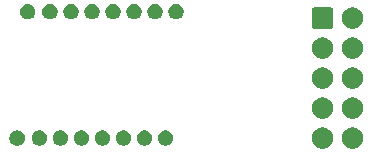
<source format=gbr>
G04 #@! TF.GenerationSoftware,KiCad,Pcbnew,(5.1.6-0-10_14)*
G04 #@! TF.CreationDate,2020-06-02T19:40:10-04:00*
G04 #@! TF.ProjectId,PMW3360_Adapter,504d5733-3336-4305-9f41-646170746572,rev?*
G04 #@! TF.SameCoordinates,Original*
G04 #@! TF.FileFunction,Soldermask,Bot*
G04 #@! TF.FilePolarity,Negative*
%FSLAX46Y46*%
G04 Gerber Fmt 4.6, Leading zero omitted, Abs format (unit mm)*
G04 Created by KiCad (PCBNEW (5.1.6-0-10_14)) date 2020-06-02 19:40:10*
%MOMM*%
%LPD*%
G01*
G04 APERTURE LIST*
%ADD10C,0.100000*%
G04 APERTURE END LIST*
D10*
G36*
X111153512Y-50013927D02*
G01*
X111302812Y-50043624D01*
X111466784Y-50111544D01*
X111614354Y-50210147D01*
X111739853Y-50335646D01*
X111838456Y-50483216D01*
X111906376Y-50647188D01*
X111941000Y-50821259D01*
X111941000Y-50998741D01*
X111906376Y-51172812D01*
X111838456Y-51336784D01*
X111739853Y-51484354D01*
X111614354Y-51609853D01*
X111466784Y-51708456D01*
X111302812Y-51776376D01*
X111153512Y-51806073D01*
X111128742Y-51811000D01*
X110951258Y-51811000D01*
X110926488Y-51806073D01*
X110777188Y-51776376D01*
X110613216Y-51708456D01*
X110465646Y-51609853D01*
X110340147Y-51484354D01*
X110241544Y-51336784D01*
X110173624Y-51172812D01*
X110139000Y-50998741D01*
X110139000Y-50821259D01*
X110173624Y-50647188D01*
X110241544Y-50483216D01*
X110340147Y-50335646D01*
X110465646Y-50210147D01*
X110613216Y-50111544D01*
X110777188Y-50043624D01*
X110926488Y-50013927D01*
X110951258Y-50009000D01*
X111128742Y-50009000D01*
X111153512Y-50013927D01*
G37*
G36*
X108613512Y-50013927D02*
G01*
X108762812Y-50043624D01*
X108926784Y-50111544D01*
X109074354Y-50210147D01*
X109199853Y-50335646D01*
X109298456Y-50483216D01*
X109366376Y-50647188D01*
X109401000Y-50821259D01*
X109401000Y-50998741D01*
X109366376Y-51172812D01*
X109298456Y-51336784D01*
X109199853Y-51484354D01*
X109074354Y-51609853D01*
X108926784Y-51708456D01*
X108762812Y-51776376D01*
X108613512Y-51806073D01*
X108588742Y-51811000D01*
X108411258Y-51811000D01*
X108386488Y-51806073D01*
X108237188Y-51776376D01*
X108073216Y-51708456D01*
X107925646Y-51609853D01*
X107800147Y-51484354D01*
X107701544Y-51336784D01*
X107633624Y-51172812D01*
X107599000Y-50998741D01*
X107599000Y-50821259D01*
X107633624Y-50647188D01*
X107701544Y-50483216D01*
X107800147Y-50335646D01*
X107925646Y-50210147D01*
X108073216Y-50111544D01*
X108237188Y-50043624D01*
X108386488Y-50013927D01*
X108411258Y-50009000D01*
X108588742Y-50009000D01*
X108613512Y-50013927D01*
G37*
G36*
X91839890Y-50274017D02*
G01*
X91958364Y-50323091D01*
X91977155Y-50335647D01*
X92064988Y-50394335D01*
X92155665Y-50485012D01*
X92226910Y-50591638D01*
X92275983Y-50710110D01*
X92298092Y-50821259D01*
X92301000Y-50835882D01*
X92301000Y-50964118D01*
X92275983Y-51089890D01*
X92226909Y-51208364D01*
X92155665Y-51314988D01*
X92064988Y-51405665D01*
X91958364Y-51476909D01*
X91958363Y-51476910D01*
X91958362Y-51476910D01*
X91839890Y-51525983D01*
X91714119Y-51551000D01*
X91585881Y-51551000D01*
X91460110Y-51525983D01*
X91341638Y-51476910D01*
X91341637Y-51476910D01*
X91341636Y-51476909D01*
X91235012Y-51405665D01*
X91144335Y-51314988D01*
X91073091Y-51208364D01*
X91024017Y-51089890D01*
X90999000Y-50964118D01*
X90999000Y-50835882D01*
X91001909Y-50821259D01*
X91024017Y-50710110D01*
X91073090Y-50591638D01*
X91144335Y-50485012D01*
X91235012Y-50394335D01*
X91322845Y-50335647D01*
X91341636Y-50323091D01*
X91460110Y-50274017D01*
X91585881Y-50249000D01*
X91714119Y-50249000D01*
X91839890Y-50274017D01*
G37*
G36*
X90059890Y-50274017D02*
G01*
X90178364Y-50323091D01*
X90197155Y-50335647D01*
X90284988Y-50394335D01*
X90375665Y-50485012D01*
X90446910Y-50591638D01*
X90495983Y-50710110D01*
X90518092Y-50821259D01*
X90521000Y-50835882D01*
X90521000Y-50964118D01*
X90495983Y-51089890D01*
X90446909Y-51208364D01*
X90375665Y-51314988D01*
X90284988Y-51405665D01*
X90178364Y-51476909D01*
X90178363Y-51476910D01*
X90178362Y-51476910D01*
X90059890Y-51525983D01*
X89934119Y-51551000D01*
X89805881Y-51551000D01*
X89680110Y-51525983D01*
X89561638Y-51476910D01*
X89561637Y-51476910D01*
X89561636Y-51476909D01*
X89455012Y-51405665D01*
X89364335Y-51314988D01*
X89293091Y-51208364D01*
X89244017Y-51089890D01*
X89219000Y-50964118D01*
X89219000Y-50835882D01*
X89221909Y-50821259D01*
X89244017Y-50710110D01*
X89293090Y-50591638D01*
X89364335Y-50485012D01*
X89455012Y-50394335D01*
X89542845Y-50335647D01*
X89561636Y-50323091D01*
X89680110Y-50274017D01*
X89805881Y-50249000D01*
X89934119Y-50249000D01*
X90059890Y-50274017D01*
G37*
G36*
X88279890Y-50274017D02*
G01*
X88398364Y-50323091D01*
X88417155Y-50335647D01*
X88504988Y-50394335D01*
X88595665Y-50485012D01*
X88666910Y-50591638D01*
X88715983Y-50710110D01*
X88738092Y-50821259D01*
X88741000Y-50835882D01*
X88741000Y-50964118D01*
X88715983Y-51089890D01*
X88666909Y-51208364D01*
X88595665Y-51314988D01*
X88504988Y-51405665D01*
X88398364Y-51476909D01*
X88398363Y-51476910D01*
X88398362Y-51476910D01*
X88279890Y-51525983D01*
X88154119Y-51551000D01*
X88025881Y-51551000D01*
X87900110Y-51525983D01*
X87781638Y-51476910D01*
X87781637Y-51476910D01*
X87781636Y-51476909D01*
X87675012Y-51405665D01*
X87584335Y-51314988D01*
X87513091Y-51208364D01*
X87464017Y-51089890D01*
X87439000Y-50964118D01*
X87439000Y-50835882D01*
X87441909Y-50821259D01*
X87464017Y-50710110D01*
X87513090Y-50591638D01*
X87584335Y-50485012D01*
X87675012Y-50394335D01*
X87762845Y-50335647D01*
X87781636Y-50323091D01*
X87900110Y-50274017D01*
X88025881Y-50249000D01*
X88154119Y-50249000D01*
X88279890Y-50274017D01*
G37*
G36*
X86499890Y-50274017D02*
G01*
X86618364Y-50323091D01*
X86637155Y-50335647D01*
X86724988Y-50394335D01*
X86815665Y-50485012D01*
X86886910Y-50591638D01*
X86935983Y-50710110D01*
X86958092Y-50821259D01*
X86961000Y-50835882D01*
X86961000Y-50964118D01*
X86935983Y-51089890D01*
X86886909Y-51208364D01*
X86815665Y-51314988D01*
X86724988Y-51405665D01*
X86618364Y-51476909D01*
X86618363Y-51476910D01*
X86618362Y-51476910D01*
X86499890Y-51525983D01*
X86374119Y-51551000D01*
X86245881Y-51551000D01*
X86120110Y-51525983D01*
X86001638Y-51476910D01*
X86001637Y-51476910D01*
X86001636Y-51476909D01*
X85895012Y-51405665D01*
X85804335Y-51314988D01*
X85733091Y-51208364D01*
X85684017Y-51089890D01*
X85659000Y-50964118D01*
X85659000Y-50835882D01*
X85661909Y-50821259D01*
X85684017Y-50710110D01*
X85733090Y-50591638D01*
X85804335Y-50485012D01*
X85895012Y-50394335D01*
X85982845Y-50335647D01*
X86001636Y-50323091D01*
X86120110Y-50274017D01*
X86245881Y-50249000D01*
X86374119Y-50249000D01*
X86499890Y-50274017D01*
G37*
G36*
X84719890Y-50274017D02*
G01*
X84838364Y-50323091D01*
X84857155Y-50335647D01*
X84944988Y-50394335D01*
X85035665Y-50485012D01*
X85106910Y-50591638D01*
X85155983Y-50710110D01*
X85178092Y-50821259D01*
X85181000Y-50835882D01*
X85181000Y-50964118D01*
X85155983Y-51089890D01*
X85106909Y-51208364D01*
X85035665Y-51314988D01*
X84944988Y-51405665D01*
X84838364Y-51476909D01*
X84838363Y-51476910D01*
X84838362Y-51476910D01*
X84719890Y-51525983D01*
X84594119Y-51551000D01*
X84465881Y-51551000D01*
X84340110Y-51525983D01*
X84221638Y-51476910D01*
X84221637Y-51476910D01*
X84221636Y-51476909D01*
X84115012Y-51405665D01*
X84024335Y-51314988D01*
X83953091Y-51208364D01*
X83904017Y-51089890D01*
X83879000Y-50964118D01*
X83879000Y-50835882D01*
X83881909Y-50821259D01*
X83904017Y-50710110D01*
X83953090Y-50591638D01*
X84024335Y-50485012D01*
X84115012Y-50394335D01*
X84202845Y-50335647D01*
X84221636Y-50323091D01*
X84340110Y-50274017D01*
X84465881Y-50249000D01*
X84594119Y-50249000D01*
X84719890Y-50274017D01*
G37*
G36*
X82839890Y-50274017D02*
G01*
X82958364Y-50323091D01*
X82977155Y-50335647D01*
X83064988Y-50394335D01*
X83155665Y-50485012D01*
X83226910Y-50591638D01*
X83275983Y-50710110D01*
X83298092Y-50821259D01*
X83301000Y-50835882D01*
X83301000Y-50964118D01*
X83275983Y-51089890D01*
X83226909Y-51208364D01*
X83155665Y-51314988D01*
X83064988Y-51405665D01*
X82958364Y-51476909D01*
X82958363Y-51476910D01*
X82958362Y-51476910D01*
X82839890Y-51525983D01*
X82714119Y-51551000D01*
X82585881Y-51551000D01*
X82460110Y-51525983D01*
X82341638Y-51476910D01*
X82341637Y-51476910D01*
X82341636Y-51476909D01*
X82235012Y-51405665D01*
X82144335Y-51314988D01*
X82073091Y-51208364D01*
X82024017Y-51089890D01*
X81999000Y-50964118D01*
X81999000Y-50835882D01*
X82001909Y-50821259D01*
X82024017Y-50710110D01*
X82073090Y-50591638D01*
X82144335Y-50485012D01*
X82235012Y-50394335D01*
X82322845Y-50335647D01*
X82341636Y-50323091D01*
X82460110Y-50274017D01*
X82585881Y-50249000D01*
X82714119Y-50249000D01*
X82839890Y-50274017D01*
G37*
G36*
X95399890Y-50274017D02*
G01*
X95518364Y-50323091D01*
X95537155Y-50335647D01*
X95624988Y-50394335D01*
X95715665Y-50485012D01*
X95786910Y-50591638D01*
X95835983Y-50710110D01*
X95858092Y-50821259D01*
X95861000Y-50835882D01*
X95861000Y-50964118D01*
X95835983Y-51089890D01*
X95786909Y-51208364D01*
X95715665Y-51314988D01*
X95624988Y-51405665D01*
X95518364Y-51476909D01*
X95518363Y-51476910D01*
X95518362Y-51476910D01*
X95399890Y-51525983D01*
X95274119Y-51551000D01*
X95145881Y-51551000D01*
X95020110Y-51525983D01*
X94901638Y-51476910D01*
X94901637Y-51476910D01*
X94901636Y-51476909D01*
X94795012Y-51405665D01*
X94704335Y-51314988D01*
X94633091Y-51208364D01*
X94584017Y-51089890D01*
X94559000Y-50964118D01*
X94559000Y-50835882D01*
X94561909Y-50821259D01*
X94584017Y-50710110D01*
X94633090Y-50591638D01*
X94704335Y-50485012D01*
X94795012Y-50394335D01*
X94882845Y-50335647D01*
X94901636Y-50323091D01*
X95020110Y-50274017D01*
X95145881Y-50249000D01*
X95274119Y-50249000D01*
X95399890Y-50274017D01*
G37*
G36*
X93619890Y-50274017D02*
G01*
X93738364Y-50323091D01*
X93757155Y-50335647D01*
X93844988Y-50394335D01*
X93935665Y-50485012D01*
X94006910Y-50591638D01*
X94055983Y-50710110D01*
X94078092Y-50821259D01*
X94081000Y-50835882D01*
X94081000Y-50964118D01*
X94055983Y-51089890D01*
X94006909Y-51208364D01*
X93935665Y-51314988D01*
X93844988Y-51405665D01*
X93738364Y-51476909D01*
X93738363Y-51476910D01*
X93738362Y-51476910D01*
X93619890Y-51525983D01*
X93494119Y-51551000D01*
X93365881Y-51551000D01*
X93240110Y-51525983D01*
X93121638Y-51476910D01*
X93121637Y-51476910D01*
X93121636Y-51476909D01*
X93015012Y-51405665D01*
X92924335Y-51314988D01*
X92853091Y-51208364D01*
X92804017Y-51089890D01*
X92779000Y-50964118D01*
X92779000Y-50835882D01*
X92781909Y-50821259D01*
X92804017Y-50710110D01*
X92853090Y-50591638D01*
X92924335Y-50485012D01*
X93015012Y-50394335D01*
X93102845Y-50335647D01*
X93121636Y-50323091D01*
X93240110Y-50274017D01*
X93365881Y-50249000D01*
X93494119Y-50249000D01*
X93619890Y-50274017D01*
G37*
G36*
X111153512Y-47473927D02*
G01*
X111302812Y-47503624D01*
X111466784Y-47571544D01*
X111614354Y-47670147D01*
X111739853Y-47795646D01*
X111838456Y-47943216D01*
X111906376Y-48107188D01*
X111941000Y-48281259D01*
X111941000Y-48458741D01*
X111906376Y-48632812D01*
X111838456Y-48796784D01*
X111739853Y-48944354D01*
X111614354Y-49069853D01*
X111466784Y-49168456D01*
X111302812Y-49236376D01*
X111153512Y-49266073D01*
X111128742Y-49271000D01*
X110951258Y-49271000D01*
X110926488Y-49266073D01*
X110777188Y-49236376D01*
X110613216Y-49168456D01*
X110465646Y-49069853D01*
X110340147Y-48944354D01*
X110241544Y-48796784D01*
X110173624Y-48632812D01*
X110139000Y-48458741D01*
X110139000Y-48281259D01*
X110173624Y-48107188D01*
X110241544Y-47943216D01*
X110340147Y-47795646D01*
X110465646Y-47670147D01*
X110613216Y-47571544D01*
X110777188Y-47503624D01*
X110926488Y-47473927D01*
X110951258Y-47469000D01*
X111128742Y-47469000D01*
X111153512Y-47473927D01*
G37*
G36*
X108613512Y-47473927D02*
G01*
X108762812Y-47503624D01*
X108926784Y-47571544D01*
X109074354Y-47670147D01*
X109199853Y-47795646D01*
X109298456Y-47943216D01*
X109366376Y-48107188D01*
X109401000Y-48281259D01*
X109401000Y-48458741D01*
X109366376Y-48632812D01*
X109298456Y-48796784D01*
X109199853Y-48944354D01*
X109074354Y-49069853D01*
X108926784Y-49168456D01*
X108762812Y-49236376D01*
X108613512Y-49266073D01*
X108588742Y-49271000D01*
X108411258Y-49271000D01*
X108386488Y-49266073D01*
X108237188Y-49236376D01*
X108073216Y-49168456D01*
X107925646Y-49069853D01*
X107800147Y-48944354D01*
X107701544Y-48796784D01*
X107633624Y-48632812D01*
X107599000Y-48458741D01*
X107599000Y-48281259D01*
X107633624Y-48107188D01*
X107701544Y-47943216D01*
X107800147Y-47795646D01*
X107925646Y-47670147D01*
X108073216Y-47571544D01*
X108237188Y-47503624D01*
X108386488Y-47473927D01*
X108411258Y-47469000D01*
X108588742Y-47469000D01*
X108613512Y-47473927D01*
G37*
G36*
X111153512Y-44933927D02*
G01*
X111302812Y-44963624D01*
X111466784Y-45031544D01*
X111614354Y-45130147D01*
X111739853Y-45255646D01*
X111838456Y-45403216D01*
X111906376Y-45567188D01*
X111941000Y-45741259D01*
X111941000Y-45918741D01*
X111906376Y-46092812D01*
X111838456Y-46256784D01*
X111739853Y-46404354D01*
X111614354Y-46529853D01*
X111466784Y-46628456D01*
X111302812Y-46696376D01*
X111153512Y-46726073D01*
X111128742Y-46731000D01*
X110951258Y-46731000D01*
X110926488Y-46726073D01*
X110777188Y-46696376D01*
X110613216Y-46628456D01*
X110465646Y-46529853D01*
X110340147Y-46404354D01*
X110241544Y-46256784D01*
X110173624Y-46092812D01*
X110139000Y-45918741D01*
X110139000Y-45741259D01*
X110173624Y-45567188D01*
X110241544Y-45403216D01*
X110340147Y-45255646D01*
X110465646Y-45130147D01*
X110613216Y-45031544D01*
X110777188Y-44963624D01*
X110926488Y-44933927D01*
X110951258Y-44929000D01*
X111128742Y-44929000D01*
X111153512Y-44933927D01*
G37*
G36*
X108613512Y-44933927D02*
G01*
X108762812Y-44963624D01*
X108926784Y-45031544D01*
X109074354Y-45130147D01*
X109199853Y-45255646D01*
X109298456Y-45403216D01*
X109366376Y-45567188D01*
X109401000Y-45741259D01*
X109401000Y-45918741D01*
X109366376Y-46092812D01*
X109298456Y-46256784D01*
X109199853Y-46404354D01*
X109074354Y-46529853D01*
X108926784Y-46628456D01*
X108762812Y-46696376D01*
X108613512Y-46726073D01*
X108588742Y-46731000D01*
X108411258Y-46731000D01*
X108386488Y-46726073D01*
X108237188Y-46696376D01*
X108073216Y-46628456D01*
X107925646Y-46529853D01*
X107800147Y-46404354D01*
X107701544Y-46256784D01*
X107633624Y-46092812D01*
X107599000Y-45918741D01*
X107599000Y-45741259D01*
X107633624Y-45567188D01*
X107701544Y-45403216D01*
X107800147Y-45255646D01*
X107925646Y-45130147D01*
X108073216Y-45031544D01*
X108237188Y-44963624D01*
X108386488Y-44933927D01*
X108411258Y-44929000D01*
X108588742Y-44929000D01*
X108613512Y-44933927D01*
G37*
G36*
X111153512Y-42393927D02*
G01*
X111302812Y-42423624D01*
X111466784Y-42491544D01*
X111614354Y-42590147D01*
X111739853Y-42715646D01*
X111838456Y-42863216D01*
X111906376Y-43027188D01*
X111941000Y-43201259D01*
X111941000Y-43378741D01*
X111906376Y-43552812D01*
X111838456Y-43716784D01*
X111739853Y-43864354D01*
X111614354Y-43989853D01*
X111466784Y-44088456D01*
X111302812Y-44156376D01*
X111153512Y-44186073D01*
X111128742Y-44191000D01*
X110951258Y-44191000D01*
X110926488Y-44186073D01*
X110777188Y-44156376D01*
X110613216Y-44088456D01*
X110465646Y-43989853D01*
X110340147Y-43864354D01*
X110241544Y-43716784D01*
X110173624Y-43552812D01*
X110139000Y-43378741D01*
X110139000Y-43201259D01*
X110173624Y-43027188D01*
X110241544Y-42863216D01*
X110340147Y-42715646D01*
X110465646Y-42590147D01*
X110613216Y-42491544D01*
X110777188Y-42423624D01*
X110926488Y-42393927D01*
X110951258Y-42389000D01*
X111128742Y-42389000D01*
X111153512Y-42393927D01*
G37*
G36*
X108613512Y-42393927D02*
G01*
X108762812Y-42423624D01*
X108926784Y-42491544D01*
X109074354Y-42590147D01*
X109199853Y-42715646D01*
X109298456Y-42863216D01*
X109366376Y-43027188D01*
X109401000Y-43201259D01*
X109401000Y-43378741D01*
X109366376Y-43552812D01*
X109298456Y-43716784D01*
X109199853Y-43864354D01*
X109074354Y-43989853D01*
X108926784Y-44088456D01*
X108762812Y-44156376D01*
X108613512Y-44186073D01*
X108588742Y-44191000D01*
X108411258Y-44191000D01*
X108386488Y-44186073D01*
X108237188Y-44156376D01*
X108073216Y-44088456D01*
X107925646Y-43989853D01*
X107800147Y-43864354D01*
X107701544Y-43716784D01*
X107633624Y-43552812D01*
X107599000Y-43378741D01*
X107599000Y-43201259D01*
X107633624Y-43027188D01*
X107701544Y-42863216D01*
X107800147Y-42715646D01*
X107925646Y-42590147D01*
X108073216Y-42491544D01*
X108237188Y-42423624D01*
X108386488Y-42393927D01*
X108411258Y-42389000D01*
X108588742Y-42389000D01*
X108613512Y-42393927D01*
G37*
G36*
X111148796Y-39852989D02*
G01*
X111302812Y-39883624D01*
X111466784Y-39951544D01*
X111614354Y-40050147D01*
X111739853Y-40175646D01*
X111838456Y-40323216D01*
X111906376Y-40487188D01*
X111941000Y-40661259D01*
X111941000Y-40838741D01*
X111906376Y-41012812D01*
X111838456Y-41176784D01*
X111739853Y-41324354D01*
X111614354Y-41449853D01*
X111466784Y-41548456D01*
X111302812Y-41616376D01*
X111154341Y-41645908D01*
X111128742Y-41651000D01*
X110951258Y-41651000D01*
X110925659Y-41645908D01*
X110777188Y-41616376D01*
X110613216Y-41548456D01*
X110465646Y-41449853D01*
X110340147Y-41324354D01*
X110241544Y-41176784D01*
X110173624Y-41012812D01*
X110139000Y-40838741D01*
X110139000Y-40661259D01*
X110173624Y-40487188D01*
X110241544Y-40323216D01*
X110340147Y-40175646D01*
X110465646Y-40050147D01*
X110613216Y-39951544D01*
X110777188Y-39883624D01*
X110931204Y-39852989D01*
X110951258Y-39849000D01*
X111128742Y-39849000D01*
X111148796Y-39852989D01*
G37*
G36*
X109258600Y-39852989D02*
G01*
X109291652Y-39863015D01*
X109322103Y-39879292D01*
X109348799Y-39901201D01*
X109370708Y-39927897D01*
X109386985Y-39958348D01*
X109397011Y-39991400D01*
X109401000Y-40031903D01*
X109401000Y-41468097D01*
X109397011Y-41508600D01*
X109386985Y-41541652D01*
X109370708Y-41572103D01*
X109348799Y-41598799D01*
X109322103Y-41620708D01*
X109291652Y-41636985D01*
X109258600Y-41647011D01*
X109218097Y-41651000D01*
X107781903Y-41651000D01*
X107741400Y-41647011D01*
X107708348Y-41636985D01*
X107677897Y-41620708D01*
X107651201Y-41598799D01*
X107629292Y-41572103D01*
X107613015Y-41541652D01*
X107602989Y-41508600D01*
X107599000Y-41468097D01*
X107599000Y-40031903D01*
X107602989Y-39991400D01*
X107613015Y-39958348D01*
X107629292Y-39927897D01*
X107651201Y-39901201D01*
X107677897Y-39879292D01*
X107708348Y-39863015D01*
X107741400Y-39852989D01*
X107781903Y-39849000D01*
X109218097Y-39849000D01*
X109258600Y-39852989D01*
G37*
G36*
X83729890Y-39574017D02*
G01*
X83848364Y-39623091D01*
X83954988Y-39694335D01*
X84045665Y-39785012D01*
X84111556Y-39883624D01*
X84116910Y-39891638D01*
X84165983Y-40010110D01*
X84191000Y-40135881D01*
X84191000Y-40264119D01*
X84165983Y-40389890D01*
X84125681Y-40487188D01*
X84116909Y-40508364D01*
X84045665Y-40614988D01*
X83954988Y-40705665D01*
X83848364Y-40776909D01*
X83848363Y-40776910D01*
X83848362Y-40776910D01*
X83729890Y-40825983D01*
X83604119Y-40851000D01*
X83475881Y-40851000D01*
X83350110Y-40825983D01*
X83231638Y-40776910D01*
X83231637Y-40776910D01*
X83231636Y-40776909D01*
X83125012Y-40705665D01*
X83034335Y-40614988D01*
X82963091Y-40508364D01*
X82954320Y-40487188D01*
X82914017Y-40389890D01*
X82889000Y-40264119D01*
X82889000Y-40135881D01*
X82914017Y-40010110D01*
X82963090Y-39891638D01*
X82968445Y-39883624D01*
X83034335Y-39785012D01*
X83125012Y-39694335D01*
X83231636Y-39623091D01*
X83350110Y-39574017D01*
X83475881Y-39549000D01*
X83604119Y-39549000D01*
X83729890Y-39574017D01*
G37*
G36*
X87389890Y-39574017D02*
G01*
X87508364Y-39623091D01*
X87614988Y-39694335D01*
X87705665Y-39785012D01*
X87771556Y-39883624D01*
X87776910Y-39891638D01*
X87825983Y-40010110D01*
X87851000Y-40135881D01*
X87851000Y-40264119D01*
X87825983Y-40389890D01*
X87785681Y-40487188D01*
X87776909Y-40508364D01*
X87705665Y-40614988D01*
X87614988Y-40705665D01*
X87508364Y-40776909D01*
X87508363Y-40776910D01*
X87508362Y-40776910D01*
X87389890Y-40825983D01*
X87264119Y-40851000D01*
X87135881Y-40851000D01*
X87010110Y-40825983D01*
X86891638Y-40776910D01*
X86891637Y-40776910D01*
X86891636Y-40776909D01*
X86785012Y-40705665D01*
X86694335Y-40614988D01*
X86623091Y-40508364D01*
X86614320Y-40487188D01*
X86574017Y-40389890D01*
X86549000Y-40264119D01*
X86549000Y-40135881D01*
X86574017Y-40010110D01*
X86623090Y-39891638D01*
X86628445Y-39883624D01*
X86694335Y-39785012D01*
X86785012Y-39694335D01*
X86891636Y-39623091D01*
X87010110Y-39574017D01*
X87135881Y-39549000D01*
X87264119Y-39549000D01*
X87389890Y-39574017D01*
G37*
G36*
X89169890Y-39574017D02*
G01*
X89288364Y-39623091D01*
X89394988Y-39694335D01*
X89485665Y-39785012D01*
X89551556Y-39883624D01*
X89556910Y-39891638D01*
X89605983Y-40010110D01*
X89631000Y-40135881D01*
X89631000Y-40264119D01*
X89605983Y-40389890D01*
X89565681Y-40487188D01*
X89556909Y-40508364D01*
X89485665Y-40614988D01*
X89394988Y-40705665D01*
X89288364Y-40776909D01*
X89288363Y-40776910D01*
X89288362Y-40776910D01*
X89169890Y-40825983D01*
X89044119Y-40851000D01*
X88915881Y-40851000D01*
X88790110Y-40825983D01*
X88671638Y-40776910D01*
X88671637Y-40776910D01*
X88671636Y-40776909D01*
X88565012Y-40705665D01*
X88474335Y-40614988D01*
X88403091Y-40508364D01*
X88394320Y-40487188D01*
X88354017Y-40389890D01*
X88329000Y-40264119D01*
X88329000Y-40135881D01*
X88354017Y-40010110D01*
X88403090Y-39891638D01*
X88408445Y-39883624D01*
X88474335Y-39785012D01*
X88565012Y-39694335D01*
X88671636Y-39623091D01*
X88790110Y-39574017D01*
X88915881Y-39549000D01*
X89044119Y-39549000D01*
X89169890Y-39574017D01*
G37*
G36*
X85609890Y-39574017D02*
G01*
X85728364Y-39623091D01*
X85834988Y-39694335D01*
X85925665Y-39785012D01*
X85991556Y-39883624D01*
X85996910Y-39891638D01*
X86045983Y-40010110D01*
X86071000Y-40135881D01*
X86071000Y-40264119D01*
X86045983Y-40389890D01*
X86005681Y-40487188D01*
X85996909Y-40508364D01*
X85925665Y-40614988D01*
X85834988Y-40705665D01*
X85728364Y-40776909D01*
X85728363Y-40776910D01*
X85728362Y-40776910D01*
X85609890Y-40825983D01*
X85484119Y-40851000D01*
X85355881Y-40851000D01*
X85230110Y-40825983D01*
X85111638Y-40776910D01*
X85111637Y-40776910D01*
X85111636Y-40776909D01*
X85005012Y-40705665D01*
X84914335Y-40614988D01*
X84843091Y-40508364D01*
X84834320Y-40487188D01*
X84794017Y-40389890D01*
X84769000Y-40264119D01*
X84769000Y-40135881D01*
X84794017Y-40010110D01*
X84843090Y-39891638D01*
X84848445Y-39883624D01*
X84914335Y-39785012D01*
X85005012Y-39694335D01*
X85111636Y-39623091D01*
X85230110Y-39574017D01*
X85355881Y-39549000D01*
X85484119Y-39549000D01*
X85609890Y-39574017D01*
G37*
G36*
X90949890Y-39574017D02*
G01*
X91068364Y-39623091D01*
X91174988Y-39694335D01*
X91265665Y-39785012D01*
X91331556Y-39883624D01*
X91336910Y-39891638D01*
X91385983Y-40010110D01*
X91411000Y-40135881D01*
X91411000Y-40264119D01*
X91385983Y-40389890D01*
X91345681Y-40487188D01*
X91336909Y-40508364D01*
X91265665Y-40614988D01*
X91174988Y-40705665D01*
X91068364Y-40776909D01*
X91068363Y-40776910D01*
X91068362Y-40776910D01*
X90949890Y-40825983D01*
X90824119Y-40851000D01*
X90695881Y-40851000D01*
X90570110Y-40825983D01*
X90451638Y-40776910D01*
X90451637Y-40776910D01*
X90451636Y-40776909D01*
X90345012Y-40705665D01*
X90254335Y-40614988D01*
X90183091Y-40508364D01*
X90174320Y-40487188D01*
X90134017Y-40389890D01*
X90109000Y-40264119D01*
X90109000Y-40135881D01*
X90134017Y-40010110D01*
X90183090Y-39891638D01*
X90188445Y-39883624D01*
X90254335Y-39785012D01*
X90345012Y-39694335D01*
X90451636Y-39623091D01*
X90570110Y-39574017D01*
X90695881Y-39549000D01*
X90824119Y-39549000D01*
X90949890Y-39574017D01*
G37*
G36*
X92729890Y-39574017D02*
G01*
X92848364Y-39623091D01*
X92954988Y-39694335D01*
X93045665Y-39785012D01*
X93111556Y-39883624D01*
X93116910Y-39891638D01*
X93165983Y-40010110D01*
X93191000Y-40135881D01*
X93191000Y-40264119D01*
X93165983Y-40389890D01*
X93125681Y-40487188D01*
X93116909Y-40508364D01*
X93045665Y-40614988D01*
X92954988Y-40705665D01*
X92848364Y-40776909D01*
X92848363Y-40776910D01*
X92848362Y-40776910D01*
X92729890Y-40825983D01*
X92604119Y-40851000D01*
X92475881Y-40851000D01*
X92350110Y-40825983D01*
X92231638Y-40776910D01*
X92231637Y-40776910D01*
X92231636Y-40776909D01*
X92125012Y-40705665D01*
X92034335Y-40614988D01*
X91963091Y-40508364D01*
X91954320Y-40487188D01*
X91914017Y-40389890D01*
X91889000Y-40264119D01*
X91889000Y-40135881D01*
X91914017Y-40010110D01*
X91963090Y-39891638D01*
X91968445Y-39883624D01*
X92034335Y-39785012D01*
X92125012Y-39694335D01*
X92231636Y-39623091D01*
X92350110Y-39574017D01*
X92475881Y-39549000D01*
X92604119Y-39549000D01*
X92729890Y-39574017D01*
G37*
G36*
X94509890Y-39574017D02*
G01*
X94628364Y-39623091D01*
X94734988Y-39694335D01*
X94825665Y-39785012D01*
X94891556Y-39883624D01*
X94896910Y-39891638D01*
X94945983Y-40010110D01*
X94971000Y-40135881D01*
X94971000Y-40264119D01*
X94945983Y-40389890D01*
X94905681Y-40487188D01*
X94896909Y-40508364D01*
X94825665Y-40614988D01*
X94734988Y-40705665D01*
X94628364Y-40776909D01*
X94628363Y-40776910D01*
X94628362Y-40776910D01*
X94509890Y-40825983D01*
X94384119Y-40851000D01*
X94255881Y-40851000D01*
X94130110Y-40825983D01*
X94011638Y-40776910D01*
X94011637Y-40776910D01*
X94011636Y-40776909D01*
X93905012Y-40705665D01*
X93814335Y-40614988D01*
X93743091Y-40508364D01*
X93734320Y-40487188D01*
X93694017Y-40389890D01*
X93669000Y-40264119D01*
X93669000Y-40135881D01*
X93694017Y-40010110D01*
X93743090Y-39891638D01*
X93748445Y-39883624D01*
X93814335Y-39785012D01*
X93905012Y-39694335D01*
X94011636Y-39623091D01*
X94130110Y-39574017D01*
X94255881Y-39549000D01*
X94384119Y-39549000D01*
X94509890Y-39574017D01*
G37*
G36*
X96289890Y-39574017D02*
G01*
X96408364Y-39623091D01*
X96514988Y-39694335D01*
X96605665Y-39785012D01*
X96671556Y-39883624D01*
X96676910Y-39891638D01*
X96725983Y-40010110D01*
X96751000Y-40135881D01*
X96751000Y-40264119D01*
X96725983Y-40389890D01*
X96685681Y-40487188D01*
X96676909Y-40508364D01*
X96605665Y-40614988D01*
X96514988Y-40705665D01*
X96408364Y-40776909D01*
X96408363Y-40776910D01*
X96408362Y-40776910D01*
X96289890Y-40825983D01*
X96164119Y-40851000D01*
X96035881Y-40851000D01*
X95910110Y-40825983D01*
X95791638Y-40776910D01*
X95791637Y-40776910D01*
X95791636Y-40776909D01*
X95685012Y-40705665D01*
X95594335Y-40614988D01*
X95523091Y-40508364D01*
X95514320Y-40487188D01*
X95474017Y-40389890D01*
X95449000Y-40264119D01*
X95449000Y-40135881D01*
X95474017Y-40010110D01*
X95523090Y-39891638D01*
X95528445Y-39883624D01*
X95594335Y-39785012D01*
X95685012Y-39694335D01*
X95791636Y-39623091D01*
X95910110Y-39574017D01*
X96035881Y-39549000D01*
X96164119Y-39549000D01*
X96289890Y-39574017D01*
G37*
M02*

</source>
